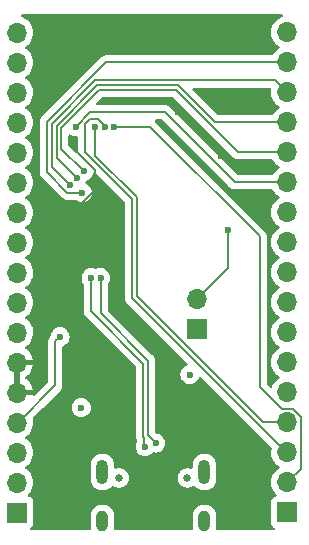
<source format=gbr>
%TF.GenerationSoftware,KiCad,Pcbnew,8.0.5*%
%TF.CreationDate,2024-10-18T17:30:21-04:00*%
%TF.ProjectId,STM32F4Example,53544d33-3246-4344-9578-616d706c652e,rev?*%
%TF.SameCoordinates,Original*%
%TF.FileFunction,Copper,L2,Bot*%
%TF.FilePolarity,Positive*%
%FSLAX46Y46*%
G04 Gerber Fmt 4.6, Leading zero omitted, Abs format (unit mm)*
G04 Created by KiCad (PCBNEW 8.0.5) date 2024-10-18 17:30:21*
%MOMM*%
%LPD*%
G01*
G04 APERTURE LIST*
%TA.AperFunction,ComponentPad*%
%ADD10R,1.700000X1.700000*%
%TD*%
%TA.AperFunction,ComponentPad*%
%ADD11O,1.700000X1.700000*%
%TD*%
%TA.AperFunction,ComponentPad*%
%ADD12C,0.650000*%
%TD*%
%TA.AperFunction,ComponentPad*%
%ADD13O,1.000000X2.100000*%
%TD*%
%TA.AperFunction,ComponentPad*%
%ADD14O,1.000000X1.800000*%
%TD*%
%TA.AperFunction,ViaPad*%
%ADD15C,0.600000*%
%TD*%
%TA.AperFunction,Conductor*%
%ADD16C,0.200000*%
%TD*%
G04 APERTURE END LIST*
D10*
%TO.P,J3,1,Pin_1*%
%TO.N,+3V3*%
X95089776Y-114480951D03*
D11*
%TO.P,J3,2,Pin_2*%
%TO.N,Net-(J3-Pin_2)*%
X95089776Y-111940951D03*
%TO.P,J3,3,Pin_3*%
%TO.N,Net-(J3-Pin_3)*%
X95089776Y-109400951D03*
%TO.P,J3,4,Pin_4*%
%TO.N,Net-(J3-Pin_4)*%
X95089776Y-106860951D03*
%TO.P,J3,5,Pin_5*%
%TO.N,GND*%
X95089776Y-104320951D03*
%TO.P,J3,6,Pin_6*%
X95089776Y-101780951D03*
%TO.P,J3,7,Pin_7*%
%TO.N,Net-(J3-Pin_7)*%
X95089776Y-99240951D03*
%TO.P,J3,8,Pin_8*%
%TO.N,Net-(J3-Pin_8)*%
X95089776Y-96700951D03*
%TO.P,J3,9,Pin_9*%
%TO.N,Net-(J3-Pin_9)*%
X95089776Y-94160951D03*
%TO.P,J3,10,Pin_10*%
%TO.N,Net-(J3-Pin_10)*%
X95089776Y-91620951D03*
%TO.P,J3,11,Pin_11*%
%TO.N,Net-(J3-Pin_11)*%
X95089776Y-89080951D03*
%TO.P,J3,12,Pin_12*%
%TO.N,Net-(J3-Pin_12)*%
X95089776Y-86540951D03*
%TO.P,J3,13,Pin_13*%
%TO.N,Net-(J3-Pin_13)*%
X95089776Y-84000951D03*
%TO.P,J3,14,Pin_14*%
%TO.N,Net-(J3-Pin_14)*%
X95089776Y-81460951D03*
%TO.P,J3,15,Pin_15*%
%TO.N,Net-(J3-Pin_15)*%
X95089776Y-78920951D03*
%TO.P,J3,16,Pin_16*%
%TO.N,Net-(J3-Pin_16)*%
X95089776Y-76380951D03*
%TO.P,J3,17,Pin_17*%
%TO.N,+3V3*%
X95089776Y-73840951D03*
%TD*%
D10*
%TO.P,J1,1,Pin_1*%
%TO.N,+3V3*%
X110300000Y-98975000D03*
D11*
%TO.P,J1,2,Pin_2*%
%TO.N,Net-(J1-Pin_2)*%
X110300000Y-96435000D03*
%TD*%
D12*
%TO.P,U3,*%
%TO.N,*%
X103700000Y-111552500D03*
X109490000Y-111552500D03*
D13*
%TO.P,U3,1,SHELL*%
%TO.N,unconnected-(U3-SHELL-Pad1)*%
X102280000Y-111052500D03*
%TO.P,U3,2,SHELL*%
%TO.N,unconnected-(U3-SHELL-Pad2)*%
X110920000Y-111052500D03*
D14*
%TO.P,U3,3,SHELL*%
%TO.N,unconnected-(U3-SHELL-Pad3)*%
X110920000Y-115232500D03*
%TO.P,U3,4,SHELL*%
%TO.N,unconnected-(U3-SHELL-Pad4)*%
X102280000Y-115232500D03*
%TD*%
D10*
%TO.P,J2,1,Pin_1*%
%TO.N,+5V*%
X117929776Y-114470951D03*
D11*
%TO.P,J2,2,Pin_2*%
%TO.N,Net-(J2-Pin_2)*%
X117929776Y-111930951D03*
%TO.P,J2,3,Pin_3*%
%TO.N,Net-(J2-Pin_3)*%
X117929776Y-109390951D03*
%TO.P,J2,4,Pin_4*%
%TO.N,Net-(J2-Pin_4)*%
X117929776Y-106850951D03*
%TO.P,J2,5,Pin_5*%
%TO.N,Net-(J2-Pin_5)*%
X117929776Y-104310951D03*
%TO.P,J2,6,Pin_6*%
%TO.N,Net-(J2-Pin_6)*%
X117929776Y-101770951D03*
%TO.P,J2,7,Pin_7*%
%TO.N,Net-(J2-Pin_7)*%
X117929776Y-99230951D03*
%TO.P,J2,8,Pin_8*%
%TO.N,Net-(J2-Pin_8)*%
X117929776Y-96690951D03*
%TO.P,J2,9,Pin_9*%
%TO.N,Net-(J2-Pin_9)*%
X117929776Y-94150951D03*
%TO.P,J2,10,Pin_10*%
%TO.N,Net-(J2-Pin_10)*%
X117929776Y-91610951D03*
%TO.P,J2,11,Pin_11*%
%TO.N,Net-(J2-Pin_11)*%
X117929776Y-89070951D03*
%TO.P,J2,12,Pin_12*%
%TO.N,Net-(J2-Pin_12)*%
X117929776Y-86530951D03*
%TO.P,J2,13,Pin_13*%
%TO.N,Net-(J2-Pin_13)*%
X117929776Y-83990951D03*
%TO.P,J2,14,Pin_14*%
%TO.N,Net-(J2-Pin_14)*%
X117929776Y-81450951D03*
%TO.P,J2,15,Pin_15*%
%TO.N,Net-(J2-Pin_15)*%
X117929776Y-78910951D03*
%TO.P,J2,16,Pin_16*%
%TO.N,Net-(J2-Pin_16)*%
X117929776Y-76370951D03*
%TO.P,J2,17,Pin_17*%
%TO.N,+5V*%
X117929776Y-73830951D03*
%TD*%
D15*
%TO.N,GND*%
X111700000Y-78800000D03*
X101300000Y-109200000D03*
X114800000Y-85100000D03*
X113200000Y-114300000D03*
X111900000Y-75400000D03*
X114900000Y-74300000D03*
X100000000Y-88700000D03*
X103400000Y-92000000D03*
X108684441Y-80570048D03*
X112361947Y-84300000D03*
X111600000Y-73900000D03*
X103800000Y-92900000D03*
X100400000Y-107000000D03*
X112200000Y-110300000D03*
X105800000Y-75000000D03*
X104800000Y-74300000D03*
X99200000Y-76200000D03*
X113800000Y-88000000D03*
X99200000Y-111600000D03*
X103800000Y-101600000D03*
X113200000Y-111700000D03*
X105900000Y-99100000D03*
X99900000Y-83100000D03*
X99200000Y-114500000D03*
X99000000Y-88400000D03*
%TO.N,+3V3*%
X109700000Y-102800000D03*
X100500000Y-105600000D03*
%TO.N,Net-(J1-Pin_2)*%
X112956497Y-90543503D03*
%TO.N,Net-(J2-Pin_2)*%
X103276210Y-81824739D03*
%TO.N,Net-(J2-Pin_14)*%
X100100000Y-86200000D03*
%TO.N,Net-(J2-Pin_13)*%
X100700000Y-85600000D03*
%TO.N,Net-(J2-Pin_12)*%
X100016735Y-81801357D03*
%TO.N,Net-(J2-Pin_4)*%
X101676547Y-81801358D03*
%TO.N,Net-(J2-Pin_15)*%
X99527180Y-86758464D03*
%TO.N,Net-(J2-Pin_16)*%
X100600000Y-87400000D03*
%TO.N,Net-(J2-Pin_3)*%
X102476549Y-81801357D03*
%TO.N,Net-(J3-Pin_4)*%
X98700000Y-99600000D03*
%TO.N,/USBD-*%
X101325000Y-94600000D03*
X105900000Y-108900000D03*
%TO.N,/USBD+*%
X106800000Y-108600000D03*
X102125003Y-94600000D03*
%TD*%
D16*
%TO.N,GND*%
X112361947Y-84247554D02*
X112361947Y-84300000D01*
X101700000Y-85500000D02*
X101700000Y-87148529D01*
X113161947Y-85100000D02*
X114800000Y-85100000D01*
X112361947Y-84300000D02*
X113161947Y-85100000D01*
X101700000Y-87148529D02*
X100148529Y-88700000D01*
X100148529Y-88700000D02*
X100000000Y-88700000D01*
X99900000Y-83100000D02*
X99900000Y-83700000D01*
X99900000Y-83700000D02*
X101700000Y-85500000D01*
%TO.N,Net-(J1-Pin_2)*%
X112956497Y-90543503D02*
X112956497Y-93778503D01*
X112956497Y-93778503D02*
X110300000Y-96435000D01*
%TO.N,Net-(J2-Pin_2)*%
X115600000Y-103847521D02*
X117453430Y-105700951D01*
X106324742Y-81824742D02*
X115600000Y-91100000D01*
X103276210Y-81824739D02*
X103276213Y-81824742D01*
X103276213Y-81824742D02*
X106324742Y-81824742D01*
X118406122Y-105700951D02*
X119079776Y-106374605D01*
X115600000Y-91100000D02*
X115600000Y-103847521D01*
X119079776Y-110780951D02*
X117929776Y-111930951D01*
X117453430Y-105700951D02*
X118406122Y-105700951D01*
X119079776Y-106374605D02*
X119079776Y-110780951D01*
%TO.N,Net-(J2-Pin_14)*%
X98400000Y-81734314D02*
X101834314Y-78300000D01*
X101834314Y-78300000D02*
X108665686Y-78300000D01*
X111816636Y-81450951D02*
X117929776Y-81450951D01*
X108900000Y-78534315D02*
X111816636Y-81450951D01*
X100100000Y-86200000D02*
X98400000Y-84500000D01*
X98400000Y-84500000D02*
X98400000Y-81734314D01*
X108665686Y-78300000D02*
X108900000Y-78534315D01*
%TO.N,Net-(J2-Pin_13)*%
X100700000Y-85600000D02*
X98800000Y-83700000D01*
X108500000Y-78700000D02*
X113790951Y-83990951D01*
X113790951Y-83990951D02*
X117929776Y-83990951D01*
X98800000Y-83700000D02*
X98800000Y-81900000D01*
X98800000Y-81900000D02*
X102000000Y-78700000D01*
X102000000Y-78700000D02*
X108500000Y-78700000D01*
%TO.N,Net-(J2-Pin_12)*%
X101218092Y-80600000D02*
X107600000Y-80600000D01*
X100016735Y-81801357D02*
X101218092Y-80600000D01*
X113530951Y-86530951D02*
X117929776Y-86530951D01*
X107600000Y-80600000D02*
X113530951Y-86530951D01*
%TO.N,Net-(J2-Pin_4)*%
X105200000Y-87800000D02*
X105200000Y-96175000D01*
X101676547Y-84276547D02*
X105200000Y-87800000D01*
X101676547Y-81801358D02*
X101676547Y-84276547D01*
X115875951Y-106850951D02*
X117929776Y-106850951D01*
X105200000Y-96175000D02*
X115875951Y-106850951D01*
%TO.N,Net-(J2-Pin_15)*%
X99527180Y-86758464D02*
X98000000Y-85231284D01*
X98000000Y-81568628D02*
X101668628Y-77900000D01*
X98000000Y-85231284D02*
X98000000Y-81568628D01*
X116918825Y-77900000D02*
X117929776Y-78910951D01*
X101668628Y-77900000D02*
X116918825Y-77900000D01*
%TO.N,Net-(J2-Pin_16)*%
X97600000Y-81402942D02*
X102631991Y-76370951D01*
X97600000Y-85679813D02*
X97600000Y-81402942D01*
X100600000Y-87400000D02*
X99320187Y-87400000D01*
X102631991Y-76370951D02*
X117929776Y-76370951D01*
X99320187Y-87400000D02*
X97600000Y-85679813D01*
%TO.N,Net-(J2-Pin_3)*%
X102476549Y-81752829D02*
X101923720Y-81200000D01*
X104800000Y-87965686D02*
X104800000Y-96340686D01*
X104800000Y-96340686D02*
X117850265Y-109390951D01*
X101923720Y-81200000D02*
X101216735Y-81200000D01*
X100800000Y-81616735D02*
X100800000Y-83965686D01*
X101216735Y-81200000D02*
X100800000Y-81616735D01*
X117850265Y-109390951D02*
X117929776Y-109390951D01*
X102476549Y-81801357D02*
X102476549Y-81752829D01*
X100800000Y-83965686D02*
X104800000Y-87965686D01*
%TO.N,Net-(J3-Pin_4)*%
X98300000Y-100000000D02*
X98300000Y-103700000D01*
X98300000Y-103700000D02*
X95139049Y-106860951D01*
X98700000Y-99600000D02*
X98300000Y-100000000D01*
X95139049Y-106860951D02*
X95089776Y-106860951D01*
%TO.N,/USBD-*%
X101325000Y-94600000D02*
X101325000Y-97443199D01*
X105747887Y-108113573D02*
X105800000Y-108165686D01*
X101325000Y-97443199D02*
X105747887Y-101866086D01*
X105800000Y-108800000D02*
X105900000Y-108900000D01*
X105747887Y-101866086D02*
X105747887Y-108113573D01*
X105800000Y-108165686D02*
X105800000Y-108800000D01*
%TO.N,/USBD+*%
X106147887Y-101629688D02*
X106147887Y-107947887D01*
X102125003Y-97606804D02*
X106147887Y-101629688D01*
X106147887Y-107947887D02*
X106800000Y-108600000D01*
X102125003Y-94600000D02*
X102125003Y-97606804D01*
%TD*%
%TA.AperFunction,Conductor*%
%TO.N,GND*%
G36*
X117548728Y-72320185D02*
G01*
X117594483Y-72372989D01*
X117604427Y-72442147D01*
X117575402Y-72505703D01*
X117516624Y-72543477D01*
X117513782Y-72544275D01*
X117466120Y-72557045D01*
X117466111Y-72557049D01*
X117251947Y-72656915D01*
X117251945Y-72656916D01*
X117058373Y-72792456D01*
X116891281Y-72959548D01*
X116755741Y-73153120D01*
X116755740Y-73153122D01*
X116655874Y-73367286D01*
X116655870Y-73367295D01*
X116594714Y-73595537D01*
X116594712Y-73595547D01*
X116574117Y-73830950D01*
X116574117Y-73830951D01*
X116594712Y-74066354D01*
X116594714Y-74066364D01*
X116655870Y-74294606D01*
X116655872Y-74294610D01*
X116655873Y-74294614D01*
X116660537Y-74304615D01*
X116755741Y-74508781D01*
X116755743Y-74508785D01*
X116891277Y-74702346D01*
X116891282Y-74702353D01*
X117058373Y-74869444D01*
X117058379Y-74869449D01*
X117243934Y-74999376D01*
X117287559Y-75053953D01*
X117294753Y-75123451D01*
X117263230Y-75185806D01*
X117243934Y-75202526D01*
X117058373Y-75332456D01*
X116891282Y-75499547D01*
X116755741Y-75693121D01*
X116755738Y-75693126D01*
X116753065Y-75698860D01*
X116706891Y-75751297D01*
X116640685Y-75770451D01*
X102718660Y-75770451D01*
X102718644Y-75770450D01*
X102711048Y-75770450D01*
X102552934Y-75770450D01*
X102445578Y-75799216D01*
X102400201Y-75811375D01*
X102400200Y-75811376D01*
X102350087Y-75840310D01*
X102350086Y-75840311D01*
X102306680Y-75865371D01*
X102263276Y-75890430D01*
X102263273Y-75890432D01*
X97119481Y-81034224D01*
X97119480Y-81034226D01*
X97082112Y-81098950D01*
X97040423Y-81171157D01*
X96999499Y-81323885D01*
X96999499Y-81323887D01*
X96999499Y-81491988D01*
X96999500Y-81492001D01*
X96999500Y-85593143D01*
X96999499Y-85593161D01*
X96999499Y-85758867D01*
X96999498Y-85758867D01*
X97040423Y-85911598D01*
X97069358Y-85961713D01*
X97069359Y-85961717D01*
X97069360Y-85961717D01*
X97119479Y-86048527D01*
X97119481Y-86048530D01*
X97238349Y-86167398D01*
X97238354Y-86167402D01*
X98951471Y-87880520D01*
X99088402Y-87959577D01*
X99241130Y-88000501D01*
X99241133Y-88000501D01*
X99406841Y-88000501D01*
X99406857Y-88000500D01*
X100017588Y-88000500D01*
X100084627Y-88020185D01*
X100094903Y-88027555D01*
X100097736Y-88029814D01*
X100097738Y-88029816D01*
X100250478Y-88125789D01*
X100399980Y-88178102D01*
X100420745Y-88185368D01*
X100420750Y-88185369D01*
X100599996Y-88205565D01*
X100600000Y-88205565D01*
X100600004Y-88205565D01*
X100779249Y-88185369D01*
X100779252Y-88185368D01*
X100779255Y-88185368D01*
X100949522Y-88125789D01*
X101102262Y-88029816D01*
X101229816Y-87902262D01*
X101325789Y-87749522D01*
X101385368Y-87579255D01*
X101386473Y-87569449D01*
X101405565Y-87400003D01*
X101405565Y-87399996D01*
X101385369Y-87220750D01*
X101385368Y-87220745D01*
X101354123Y-87131451D01*
X101325789Y-87050478D01*
X101229816Y-86897738D01*
X101102262Y-86770184D01*
X100949524Y-86674212D01*
X100949523Y-86674211D01*
X100917455Y-86662990D01*
X100860679Y-86622267D01*
X100834933Y-86557314D01*
X100841368Y-86504997D01*
X100864061Y-86440145D01*
X100904782Y-86383371D01*
X100940146Y-86364060D01*
X101049522Y-86325789D01*
X101202262Y-86229816D01*
X101329816Y-86102262D01*
X101425789Y-85949522D01*
X101485368Y-85779255D01*
X101485368Y-85779253D01*
X101486917Y-85772468D01*
X101489553Y-85773069D01*
X101511850Y-85719998D01*
X101569443Y-85680440D01*
X101639280Y-85678299D01*
X101695689Y-85710610D01*
X104163181Y-88178102D01*
X104196666Y-88239425D01*
X104199500Y-88265783D01*
X104199500Y-96254016D01*
X104199499Y-96254034D01*
X104199499Y-96419740D01*
X104199498Y-96419740D01*
X104221601Y-96502229D01*
X104240423Y-96572471D01*
X104260370Y-96607020D01*
X104269358Y-96622586D01*
X104269359Y-96622590D01*
X104269360Y-96622590D01*
X104319479Y-96709400D01*
X104319481Y-96709403D01*
X104438349Y-96828271D01*
X104438354Y-96828275D01*
X109458218Y-101848140D01*
X109491702Y-101909461D01*
X109486718Y-101979153D01*
X109444846Y-102035086D01*
X109411492Y-102052860D01*
X109350479Y-102074209D01*
X109197737Y-102170184D01*
X109070184Y-102297737D01*
X108974211Y-102450476D01*
X108914631Y-102620745D01*
X108914630Y-102620750D01*
X108894435Y-102799996D01*
X108894435Y-102800003D01*
X108914630Y-102979249D01*
X108914631Y-102979254D01*
X108974211Y-103149523D01*
X109051453Y-103272452D01*
X109070184Y-103302262D01*
X109197738Y-103429816D01*
X109350478Y-103525789D01*
X109487634Y-103573782D01*
X109520745Y-103585368D01*
X109520750Y-103585369D01*
X109699996Y-103605565D01*
X109700000Y-103605565D01*
X109700004Y-103605565D01*
X109879249Y-103585369D01*
X109879252Y-103585368D01*
X109879255Y-103585368D01*
X110049522Y-103525789D01*
X110202262Y-103429816D01*
X110329816Y-103302262D01*
X110425789Y-103149522D01*
X110447138Y-103088509D01*
X110487860Y-103031734D01*
X110552812Y-103005986D01*
X110621374Y-103019442D01*
X110651861Y-103041783D01*
X116580206Y-108970128D01*
X116613691Y-109031451D01*
X116612301Y-109089900D01*
X116594712Y-109155546D01*
X116574117Y-109390950D01*
X116574117Y-109390951D01*
X116594712Y-109626354D01*
X116594714Y-109626364D01*
X116655870Y-109854606D01*
X116655872Y-109854610D01*
X116655873Y-109854614D01*
X116736998Y-110028586D01*
X116755741Y-110068781D01*
X116755743Y-110068785D01*
X116891277Y-110262346D01*
X116891282Y-110262353D01*
X117058373Y-110429444D01*
X117058379Y-110429449D01*
X117243934Y-110559376D01*
X117287559Y-110613953D01*
X117294753Y-110683451D01*
X117263230Y-110745806D01*
X117243934Y-110762526D01*
X117058373Y-110892456D01*
X116891281Y-111059548D01*
X116755741Y-111253120D01*
X116755740Y-111253122D01*
X116655874Y-111467286D01*
X116655870Y-111467295D01*
X116594714Y-111695537D01*
X116594712Y-111695547D01*
X116574117Y-111930950D01*
X116574117Y-111930951D01*
X116594712Y-112166354D01*
X116594714Y-112166364D01*
X116655870Y-112394606D01*
X116655872Y-112394610D01*
X116655873Y-112394614D01*
X116660537Y-112404615D01*
X116755741Y-112608781D01*
X116755743Y-112608785D01*
X116864057Y-112763472D01*
X116891277Y-112802347D01*
X116891282Y-112802353D01*
X117013206Y-112924277D01*
X117046691Y-112985600D01*
X117041707Y-113055292D01*
X116999835Y-113111225D01*
X116968859Y-113128140D01*
X116837445Y-113177154D01*
X116837440Y-113177157D01*
X116722231Y-113263403D01*
X116722228Y-113263406D01*
X116635982Y-113378615D01*
X116635978Y-113378622D01*
X116585684Y-113513468D01*
X116579277Y-113573067D01*
X116579276Y-113573086D01*
X116579276Y-115368821D01*
X116579277Y-115368827D01*
X116585684Y-115428434D01*
X116635978Y-115563279D01*
X116635982Y-115563286D01*
X116722228Y-115678495D01*
X116722231Y-115678498D01*
X116837445Y-115764748D01*
X116840963Y-115766669D01*
X116843796Y-115769503D01*
X116844545Y-115770063D01*
X116844464Y-115770170D01*
X116890368Y-115816075D01*
X116905219Y-115884348D01*
X116880801Y-115949812D01*
X116824867Y-115991682D01*
X116781535Y-115999500D01*
X112018195Y-115999500D01*
X111951156Y-115979815D01*
X111905401Y-115927011D01*
X111895457Y-115857853D01*
X111896578Y-115851309D01*
X111920499Y-115731045D01*
X111920500Y-115731043D01*
X111920500Y-114733956D01*
X111882052Y-114540670D01*
X111882051Y-114540669D01*
X111882051Y-114540665D01*
X111882049Y-114540660D01*
X111806635Y-114358592D01*
X111806628Y-114358579D01*
X111697139Y-114194718D01*
X111697136Y-114194714D01*
X111557785Y-114055363D01*
X111557781Y-114055360D01*
X111393920Y-113945871D01*
X111393907Y-113945864D01*
X111211839Y-113870450D01*
X111211829Y-113870447D01*
X111018543Y-113832000D01*
X111018541Y-113832000D01*
X110821459Y-113832000D01*
X110821457Y-113832000D01*
X110628170Y-113870447D01*
X110628160Y-113870450D01*
X110446092Y-113945864D01*
X110446079Y-113945871D01*
X110282218Y-114055360D01*
X110282214Y-114055363D01*
X110142863Y-114194714D01*
X110142860Y-114194718D01*
X110033371Y-114358579D01*
X110033364Y-114358592D01*
X109957950Y-114540660D01*
X109957947Y-114540670D01*
X109919500Y-114733956D01*
X109919500Y-115731045D01*
X109943422Y-115851309D01*
X109937195Y-115920900D01*
X109894332Y-115976078D01*
X109828442Y-115999322D01*
X109821805Y-115999500D01*
X103378195Y-115999500D01*
X103311156Y-115979815D01*
X103265401Y-115927011D01*
X103255457Y-115857853D01*
X103256578Y-115851309D01*
X103280499Y-115731045D01*
X103280500Y-115731043D01*
X103280500Y-114733956D01*
X103242052Y-114540670D01*
X103242051Y-114540669D01*
X103242051Y-114540665D01*
X103242049Y-114540660D01*
X103166635Y-114358592D01*
X103166628Y-114358579D01*
X103057139Y-114194718D01*
X103057136Y-114194714D01*
X102917785Y-114055363D01*
X102917781Y-114055360D01*
X102753920Y-113945871D01*
X102753907Y-113945864D01*
X102571839Y-113870450D01*
X102571829Y-113870447D01*
X102378543Y-113832000D01*
X102378541Y-113832000D01*
X102181459Y-113832000D01*
X102181457Y-113832000D01*
X101988170Y-113870447D01*
X101988160Y-113870450D01*
X101806092Y-113945864D01*
X101806079Y-113945871D01*
X101642218Y-114055360D01*
X101642214Y-114055363D01*
X101502863Y-114194714D01*
X101502860Y-114194718D01*
X101393371Y-114358579D01*
X101393364Y-114358592D01*
X101317950Y-114540660D01*
X101317947Y-114540670D01*
X101279500Y-114733956D01*
X101279500Y-115731045D01*
X101303422Y-115851309D01*
X101297195Y-115920900D01*
X101254332Y-115976078D01*
X101188442Y-115999322D01*
X101181805Y-115999500D01*
X96254433Y-115999500D01*
X96187394Y-115979815D01*
X96141639Y-115927011D01*
X96131695Y-115857853D01*
X96160720Y-115794297D01*
X96180122Y-115776234D01*
X96259117Y-115717096D01*
X96297322Y-115688497D01*
X96383572Y-115573282D01*
X96433867Y-115438434D01*
X96440276Y-115378824D01*
X96440275Y-113583079D01*
X96433867Y-113523468D01*
X96433866Y-113523466D01*
X96383573Y-113388622D01*
X96383569Y-113388615D01*
X96297323Y-113273406D01*
X96297320Y-113273403D01*
X96182111Y-113187157D01*
X96182104Y-113187153D01*
X96050693Y-113138140D01*
X95994759Y-113096269D01*
X95970342Y-113030804D01*
X95985194Y-112962531D01*
X96006339Y-112934283D01*
X96128271Y-112812352D01*
X96263811Y-112618781D01*
X96363679Y-112404614D01*
X96424839Y-112176359D01*
X96445435Y-111940951D01*
X96424839Y-111705543D01*
X96423633Y-111701043D01*
X101279499Y-111701043D01*
X101317947Y-111894329D01*
X101317950Y-111894339D01*
X101393364Y-112076407D01*
X101393371Y-112076420D01*
X101502860Y-112240281D01*
X101502863Y-112240285D01*
X101642214Y-112379636D01*
X101642218Y-112379639D01*
X101806079Y-112489128D01*
X101806092Y-112489135D01*
X101988160Y-112564549D01*
X101988165Y-112564551D01*
X101988169Y-112564551D01*
X101988170Y-112564552D01*
X102181456Y-112603000D01*
X102181459Y-112603000D01*
X102378543Y-112603000D01*
X102508582Y-112577132D01*
X102571835Y-112564551D01*
X102753914Y-112489132D01*
X102917782Y-112379639D01*
X103057139Y-112240282D01*
X103057142Y-112240276D01*
X103059817Y-112237602D01*
X103121140Y-112204117D01*
X103190832Y-112209101D01*
X103216387Y-112222180D01*
X103225878Y-112228521D01*
X103225884Y-112228525D01*
X103229843Y-112231284D01*
X103284976Y-112271342D01*
X103290248Y-112273689D01*
X103290259Y-112273694D01*
X103308714Y-112283871D01*
X103308763Y-112283903D01*
X103308979Y-112284048D01*
X103372630Y-112310412D01*
X103375514Y-112311651D01*
X103443501Y-112341922D01*
X103447813Y-112343323D01*
X103453225Y-112345020D01*
X103453381Y-112344507D01*
X103459208Y-112346274D01*
X103459211Y-112346276D01*
X103532931Y-112360939D01*
X103534390Y-112361240D01*
X103613236Y-112378000D01*
X103786763Y-112378000D01*
X103786764Y-112378000D01*
X103865626Y-112361236D01*
X103867051Y-112360943D01*
X103940789Y-112346276D01*
X103940794Y-112346273D01*
X103940798Y-112346273D01*
X103946627Y-112344505D01*
X103946782Y-112345016D01*
X103952255Y-112343300D01*
X103956495Y-112341923D01*
X103956495Y-112341922D01*
X103956499Y-112341922D01*
X104024494Y-112311647D01*
X104027358Y-112310417D01*
X104091021Y-112284048D01*
X104091274Y-112283878D01*
X104109742Y-112273693D01*
X104115024Y-112271342D01*
X104170163Y-112231279D01*
X104174127Y-112228518D01*
X104210646Y-112204117D01*
X104226225Y-112193708D01*
X104230870Y-112189062D01*
X104245667Y-112176423D01*
X104255410Y-112169345D01*
X104296852Y-112123317D01*
X104301283Y-112118648D01*
X104341208Y-112078725D01*
X104348340Y-112068049D01*
X104359285Y-112053977D01*
X104371522Y-112040389D01*
X104399373Y-111992147D01*
X104403633Y-111985296D01*
X104431548Y-111943521D01*
X104438846Y-111925902D01*
X104446017Y-111911359D01*
X104458286Y-111890111D01*
X104473577Y-111843048D01*
X104476932Y-111833953D01*
X104493776Y-111793289D01*
X104498715Y-111768457D01*
X104502401Y-111754335D01*
X104503938Y-111749603D01*
X104511908Y-111725076D01*
X104516427Y-111682076D01*
X104518125Y-111670873D01*
X104525500Y-111633805D01*
X104525500Y-111602261D01*
X104526179Y-111589300D01*
X104530047Y-111552500D01*
X104530047Y-111552499D01*
X108659953Y-111552499D01*
X108663821Y-111589300D01*
X108664500Y-111602261D01*
X108664500Y-111633809D01*
X108671868Y-111670851D01*
X108673571Y-111682076D01*
X108678091Y-111725072D01*
X108678091Y-111725074D01*
X108678092Y-111725076D01*
X108683262Y-111740990D01*
X108687601Y-111754344D01*
X108691285Y-111768463D01*
X108696224Y-111793291D01*
X108713057Y-111833932D01*
X108716425Y-111843062D01*
X108731711Y-111890105D01*
X108731712Y-111890108D01*
X108734155Y-111894339D01*
X108743975Y-111911349D01*
X108743982Y-111911360D01*
X108751154Y-111925904D01*
X108758450Y-111943518D01*
X108758451Y-111943520D01*
X108758452Y-111943521D01*
X108786344Y-111985264D01*
X108790627Y-111992151D01*
X108818476Y-112040386D01*
X108818480Y-112040391D01*
X108830715Y-112053980D01*
X108841666Y-112068060D01*
X108848793Y-112078727D01*
X108848794Y-112078728D01*
X108888697Y-112118630D01*
X108893168Y-112123341D01*
X108934588Y-112169344D01*
X108944325Y-112176418D01*
X108959123Y-112189057D01*
X108963770Y-112193704D01*
X108963773Y-112193706D01*
X108963775Y-112193708D01*
X109015878Y-112228521D01*
X109019843Y-112231284D01*
X109074976Y-112271342D01*
X109080248Y-112273689D01*
X109080259Y-112273694D01*
X109098714Y-112283871D01*
X109098763Y-112283903D01*
X109098979Y-112284048D01*
X109162630Y-112310412D01*
X109165514Y-112311651D01*
X109233501Y-112341922D01*
X109237813Y-112343323D01*
X109243225Y-112345020D01*
X109243381Y-112344507D01*
X109249208Y-112346274D01*
X109249211Y-112346276D01*
X109322931Y-112360939D01*
X109324390Y-112361240D01*
X109403236Y-112378000D01*
X109576763Y-112378000D01*
X109576764Y-112378000D01*
X109655626Y-112361236D01*
X109657051Y-112360943D01*
X109730789Y-112346276D01*
X109730794Y-112346273D01*
X109730798Y-112346273D01*
X109736627Y-112344505D01*
X109736782Y-112345016D01*
X109742255Y-112343300D01*
X109746495Y-112341923D01*
X109746495Y-112341922D01*
X109746499Y-112341922D01*
X109814494Y-112311647D01*
X109817358Y-112310417D01*
X109881021Y-112284048D01*
X109881274Y-112283878D01*
X109899742Y-112273693D01*
X109905024Y-112271342D01*
X109960163Y-112231279D01*
X109964123Y-112228520D01*
X109964126Y-112228518D01*
X109979879Y-112217992D01*
X110046554Y-112197114D01*
X110113934Y-112215597D01*
X110137939Y-112236588D01*
X110138553Y-112235975D01*
X110282214Y-112379636D01*
X110282218Y-112379639D01*
X110446079Y-112489128D01*
X110446092Y-112489135D01*
X110628160Y-112564549D01*
X110628165Y-112564551D01*
X110628169Y-112564551D01*
X110628170Y-112564552D01*
X110821456Y-112603000D01*
X110821459Y-112603000D01*
X111018543Y-112603000D01*
X111148582Y-112577132D01*
X111211835Y-112564551D01*
X111393914Y-112489132D01*
X111557782Y-112379639D01*
X111697139Y-112240282D01*
X111806632Y-112076414D01*
X111882051Y-111894335D01*
X111904406Y-111781952D01*
X111920500Y-111701043D01*
X111920500Y-110403956D01*
X111882052Y-110210670D01*
X111882051Y-110210669D01*
X111882051Y-110210665D01*
X111827425Y-110078785D01*
X111806635Y-110028592D01*
X111806628Y-110028579D01*
X111697139Y-109864718D01*
X111697136Y-109864714D01*
X111557785Y-109725363D01*
X111557781Y-109725360D01*
X111393920Y-109615871D01*
X111393907Y-109615864D01*
X111211839Y-109540450D01*
X111211829Y-109540447D01*
X111018543Y-109502000D01*
X111018541Y-109502000D01*
X110821459Y-109502000D01*
X110821457Y-109502000D01*
X110628170Y-109540447D01*
X110628160Y-109540450D01*
X110446092Y-109615864D01*
X110446079Y-109615871D01*
X110282218Y-109725360D01*
X110282214Y-109725363D01*
X110142863Y-109864714D01*
X110142860Y-109864718D01*
X110033371Y-110028579D01*
X110033364Y-110028592D01*
X109957950Y-110210660D01*
X109957947Y-110210670D01*
X109919500Y-110403956D01*
X109919500Y-110649159D01*
X109899815Y-110716198D01*
X109847011Y-110761953D01*
X109777853Y-110771897D01*
X109752819Y-110764677D01*
X109752686Y-110765088D01*
X109743170Y-110761996D01*
X109736766Y-110760002D01*
X109736618Y-110760492D01*
X109730788Y-110758723D01*
X109657155Y-110744076D01*
X109655567Y-110743749D01*
X109576768Y-110727000D01*
X109576764Y-110727000D01*
X109403236Y-110727000D01*
X109324372Y-110743762D01*
X109322786Y-110744088D01*
X109249203Y-110758725D01*
X109243380Y-110760492D01*
X109243237Y-110760023D01*
X109236296Y-110762169D01*
X109233504Y-110763076D01*
X109165571Y-110793321D01*
X109162595Y-110794599D01*
X109098982Y-110820950D01*
X109098975Y-110820954D01*
X109098696Y-110821141D01*
X109080269Y-110831301D01*
X109074983Y-110833654D01*
X109074973Y-110833660D01*
X109019864Y-110873698D01*
X109015875Y-110876478D01*
X108963778Y-110911289D01*
X108963768Y-110911297D01*
X108959122Y-110915944D01*
X108944336Y-110928572D01*
X108934595Y-110935649D01*
X108893167Y-110981659D01*
X108888701Y-110986364D01*
X108848795Y-111026271D01*
X108848790Y-111026276D01*
X108841659Y-111036949D01*
X108830715Y-111051019D01*
X108818479Y-111064608D01*
X108790632Y-111112840D01*
X108786349Y-111119726D01*
X108758454Y-111161474D01*
X108758453Y-111161476D01*
X108751153Y-111179098D01*
X108743986Y-111193630D01*
X108731713Y-111214889D01*
X108716428Y-111261933D01*
X108713059Y-111271064D01*
X108696223Y-111311711D01*
X108696222Y-111311713D01*
X108691283Y-111336541D01*
X108687600Y-111350656D01*
X108678092Y-111379922D01*
X108673571Y-111422924D01*
X108671869Y-111434148D01*
X108664500Y-111471196D01*
X108664500Y-111502737D01*
X108663821Y-111515698D01*
X108659953Y-111552499D01*
X104530047Y-111552499D01*
X104526179Y-111515698D01*
X104525500Y-111502737D01*
X104525500Y-111471190D01*
X104518130Y-111434147D01*
X104516425Y-111422909D01*
X104511908Y-111379928D01*
X104511908Y-111379924D01*
X104502396Y-111350651D01*
X104498715Y-111336541D01*
X104493776Y-111311711D01*
X104476933Y-111271049D01*
X104473579Y-111261957D01*
X104458286Y-111214889D01*
X104446018Y-111193640D01*
X104438844Y-111179092D01*
X104431550Y-111161483D01*
X104431549Y-111161482D01*
X104431548Y-111161479D01*
X104403641Y-111119713D01*
X104399367Y-111112840D01*
X104371522Y-111064611D01*
X104359284Y-111051019D01*
X104348337Y-111036945D01*
X104341208Y-111026275D01*
X104301297Y-110986364D01*
X104296831Y-110981658D01*
X104255410Y-110935655D01*
X104245666Y-110928575D01*
X104230875Y-110915941D01*
X104226227Y-110911293D01*
X104174135Y-110876487D01*
X104170140Y-110873703D01*
X104170133Y-110873698D01*
X104115024Y-110833658D01*
X104115023Y-110833657D01*
X104115021Y-110833656D01*
X104109740Y-110831305D01*
X104091282Y-110821126D01*
X104091025Y-110820954D01*
X104091018Y-110820950D01*
X104027426Y-110794610D01*
X104024444Y-110793329D01*
X103956500Y-110763078D01*
X103953170Y-110761996D01*
X103946766Y-110760002D01*
X103946618Y-110760492D01*
X103940788Y-110758723D01*
X103867155Y-110744076D01*
X103865567Y-110743749D01*
X103786768Y-110727000D01*
X103786764Y-110727000D01*
X103613236Y-110727000D01*
X103534372Y-110743762D01*
X103532786Y-110744088D01*
X103459203Y-110758725D01*
X103453380Y-110760492D01*
X103453237Y-110760023D01*
X103446252Y-110762183D01*
X103442808Y-110763302D01*
X103442390Y-110763313D01*
X103437151Y-110764428D01*
X103436947Y-110763468D01*
X103372967Y-110765292D01*
X103313137Y-110729206D01*
X103282314Y-110666503D01*
X103280500Y-110645368D01*
X103280500Y-110403956D01*
X103242052Y-110210670D01*
X103242051Y-110210669D01*
X103242051Y-110210665D01*
X103187425Y-110078785D01*
X103166635Y-110028592D01*
X103166628Y-110028579D01*
X103057139Y-109864718D01*
X103057136Y-109864714D01*
X102917785Y-109725363D01*
X102917781Y-109725360D01*
X102753920Y-109615871D01*
X102753907Y-109615864D01*
X102571839Y-109540450D01*
X102571829Y-109540447D01*
X102378543Y-109502000D01*
X102378541Y-109502000D01*
X102181459Y-109502000D01*
X102181457Y-109502000D01*
X101988170Y-109540447D01*
X101988160Y-109540450D01*
X101806092Y-109615864D01*
X101806079Y-109615871D01*
X101642218Y-109725360D01*
X101642214Y-109725363D01*
X101502863Y-109864714D01*
X101502860Y-109864718D01*
X101393371Y-110028579D01*
X101393364Y-110028592D01*
X101317950Y-110210660D01*
X101317947Y-110210670D01*
X101279500Y-110403956D01*
X101279500Y-110403959D01*
X101279500Y-111701041D01*
X101279500Y-111701043D01*
X101279499Y-111701043D01*
X96423633Y-111701043D01*
X96363679Y-111477288D01*
X96263811Y-111263122D01*
X96262979Y-111261933D01*
X96128270Y-111069548D01*
X95961178Y-110902457D01*
X95961172Y-110902452D01*
X95775618Y-110772526D01*
X95731993Y-110717949D01*
X95724799Y-110648451D01*
X95756322Y-110586096D01*
X95775618Y-110569376D01*
X95797802Y-110553842D01*
X95961177Y-110439446D01*
X96128271Y-110272352D01*
X96263811Y-110078781D01*
X96363679Y-109864614D01*
X96424839Y-109636359D01*
X96445435Y-109400951D01*
X96444003Y-109384589D01*
X96424839Y-109165547D01*
X96424839Y-109165543D01*
X96363679Y-108937288D01*
X96263811Y-108723122D01*
X96262151Y-108720750D01*
X96128270Y-108529548D01*
X95961178Y-108362457D01*
X95961172Y-108362452D01*
X95775618Y-108232526D01*
X95731993Y-108177949D01*
X95724799Y-108108451D01*
X95756322Y-108046096D01*
X95775618Y-108029376D01*
X95797802Y-108013842D01*
X95961177Y-107899446D01*
X96128271Y-107732352D01*
X96263811Y-107538781D01*
X96363679Y-107324614D01*
X96424839Y-107096359D01*
X96445435Y-106860951D01*
X96424839Y-106625543D01*
X96400860Y-106536051D01*
X96402523Y-106466205D01*
X96432952Y-106416282D01*
X97249239Y-105599996D01*
X99694435Y-105599996D01*
X99694435Y-105600003D01*
X99714630Y-105779249D01*
X99714631Y-105779254D01*
X99774211Y-105949523D01*
X99799361Y-105989548D01*
X99870184Y-106102262D01*
X99997738Y-106229816D01*
X100150478Y-106325789D01*
X100320745Y-106385368D01*
X100320750Y-106385369D01*
X100499996Y-106405565D01*
X100500000Y-106405565D01*
X100500004Y-106405565D01*
X100679249Y-106385369D01*
X100679252Y-106385368D01*
X100679255Y-106385368D01*
X100849522Y-106325789D01*
X101002262Y-106229816D01*
X101129816Y-106102262D01*
X101225789Y-105949522D01*
X101285368Y-105779255D01*
X101285369Y-105779249D01*
X101305565Y-105600003D01*
X101305565Y-105599996D01*
X101285369Y-105420750D01*
X101285368Y-105420745D01*
X101254397Y-105332235D01*
X101225789Y-105250478D01*
X101129816Y-105097738D01*
X101002262Y-104970184D01*
X100849523Y-104874211D01*
X100679254Y-104814631D01*
X100679249Y-104814630D01*
X100500004Y-104794435D01*
X100499996Y-104794435D01*
X100320750Y-104814630D01*
X100320745Y-104814631D01*
X100150476Y-104874211D01*
X99997737Y-104970184D01*
X99870184Y-105097737D01*
X99774211Y-105250476D01*
X99714631Y-105420745D01*
X99714630Y-105420750D01*
X99694435Y-105599996D01*
X97249239Y-105599996D01*
X98780520Y-104068716D01*
X98859577Y-103931784D01*
X98900501Y-103779057D01*
X98900501Y-103620942D01*
X98900501Y-103613347D01*
X98900500Y-103613329D01*
X98900500Y-100465917D01*
X98920185Y-100398878D01*
X98972989Y-100353123D01*
X98983546Y-100348875D01*
X98987553Y-100347472D01*
X99049522Y-100325789D01*
X99202262Y-100229816D01*
X99329816Y-100102262D01*
X99425789Y-99949522D01*
X99485368Y-99779255D01*
X99494906Y-99694606D01*
X99505565Y-99600003D01*
X99505565Y-99599996D01*
X99485369Y-99420750D01*
X99485368Y-99420745D01*
X99425788Y-99250476D01*
X99386531Y-99187999D01*
X99329816Y-99097738D01*
X99202262Y-98970184D01*
X99188486Y-98961528D01*
X99049523Y-98874211D01*
X98879254Y-98814631D01*
X98879249Y-98814630D01*
X98700004Y-98794435D01*
X98699996Y-98794435D01*
X98520750Y-98814630D01*
X98520745Y-98814631D01*
X98350476Y-98874211D01*
X98197737Y-98970184D01*
X98070184Y-99097737D01*
X97974210Y-99250478D01*
X97914630Y-99420750D01*
X97904837Y-99507666D01*
X97877770Y-99572080D01*
X97869300Y-99581462D01*
X97819479Y-99631284D01*
X97771225Y-99714864D01*
X97771225Y-99714865D01*
X97740423Y-99768214D01*
X97740423Y-99768215D01*
X97699499Y-99920943D01*
X97699499Y-99920945D01*
X97699499Y-100089046D01*
X97699500Y-100089059D01*
X97699500Y-103399901D01*
X97679815Y-103466940D01*
X97663181Y-103487582D01*
X96589600Y-104561162D01*
X96528277Y-104594647D01*
X96458585Y-104589663D01*
X96433277Y-104570951D01*
X95522788Y-104570951D01*
X95555701Y-104513944D01*
X95589776Y-104386777D01*
X95589776Y-104255125D01*
X95555701Y-104127958D01*
X95522788Y-104070951D01*
X96420412Y-104070951D01*
X96420411Y-104070950D01*
X96363208Y-103857464D01*
X96363205Y-103857458D01*
X96263376Y-103643373D01*
X96263375Y-103643371D01*
X96127889Y-103449877D01*
X96127884Y-103449871D01*
X95960858Y-103282845D01*
X95774744Y-103152526D01*
X95731120Y-103097949D01*
X95723927Y-103028450D01*
X95755449Y-102966096D01*
X95774744Y-102949376D01*
X95960858Y-102819056D01*
X96127881Y-102652033D01*
X96263376Y-102458529D01*
X96363205Y-102244443D01*
X96363208Y-102244437D01*
X96420412Y-102030951D01*
X95522788Y-102030951D01*
X95555701Y-101973944D01*
X95589776Y-101846777D01*
X95589776Y-101715125D01*
X95555701Y-101587958D01*
X95522788Y-101530951D01*
X96420412Y-101530951D01*
X96420411Y-101530950D01*
X96363208Y-101317464D01*
X96363205Y-101317458D01*
X96263376Y-101103373D01*
X96263375Y-101103371D01*
X96127889Y-100909877D01*
X96127884Y-100909871D01*
X95960854Y-100742841D01*
X95775181Y-100612830D01*
X95731556Y-100558253D01*
X95724364Y-100488755D01*
X95755886Y-100426400D01*
X95775182Y-100409681D01*
X95961177Y-100279446D01*
X96128271Y-100112352D01*
X96263811Y-99918781D01*
X96363679Y-99704614D01*
X96424839Y-99476359D01*
X96445435Y-99240951D01*
X96424839Y-99005543D01*
X96373685Y-98814630D01*
X96363681Y-98777295D01*
X96363680Y-98777294D01*
X96363679Y-98777288D01*
X96263811Y-98563122D01*
X96128271Y-98369550D01*
X96128270Y-98369548D01*
X95961178Y-98202457D01*
X95961172Y-98202452D01*
X95775618Y-98072526D01*
X95731993Y-98017949D01*
X95724799Y-97948451D01*
X95756322Y-97886096D01*
X95775618Y-97869376D01*
X95857679Y-97811916D01*
X95961177Y-97739446D01*
X96128271Y-97572352D01*
X96263811Y-97378781D01*
X96363679Y-97164614D01*
X96424839Y-96936359D01*
X96445435Y-96700951D01*
X96424839Y-96465543D01*
X96363679Y-96237288D01*
X96263811Y-96023122D01*
X96248597Y-96001393D01*
X96128270Y-95829548D01*
X95961178Y-95662457D01*
X95961172Y-95662452D01*
X95775618Y-95532526D01*
X95731993Y-95477949D01*
X95724799Y-95408451D01*
X95756322Y-95346096D01*
X95775618Y-95329376D01*
X95873320Y-95260964D01*
X95961177Y-95199446D01*
X96128271Y-95032352D01*
X96263811Y-94838781D01*
X96363679Y-94624614D01*
X96370275Y-94599996D01*
X100519435Y-94599996D01*
X100519435Y-94600003D01*
X100539630Y-94779249D01*
X100539631Y-94779254D01*
X100599211Y-94949523D01*
X100644969Y-95022346D01*
X100693722Y-95099936D01*
X100695185Y-95102263D01*
X100697445Y-95105097D01*
X100698334Y-95107275D01*
X100698889Y-95108158D01*
X100698734Y-95108255D01*
X100723855Y-95169783D01*
X100724500Y-95182412D01*
X100724500Y-97356529D01*
X100724499Y-97356547D01*
X100724499Y-97522253D01*
X100724498Y-97522253D01*
X100765423Y-97674984D01*
X100794358Y-97725099D01*
X100794359Y-97725103D01*
X100794360Y-97725103D01*
X100818811Y-97767455D01*
X100844479Y-97811913D01*
X100844481Y-97811916D01*
X100963349Y-97930784D01*
X100963355Y-97930789D01*
X105111068Y-102078502D01*
X105144553Y-102139825D01*
X105147387Y-102166183D01*
X105147387Y-108026903D01*
X105147386Y-108026921D01*
X105147386Y-108192627D01*
X105147385Y-108192627D01*
X105188311Y-108345363D01*
X105190060Y-108349584D01*
X105199500Y-108397038D01*
X105199500Y-108474507D01*
X105180494Y-108540478D01*
X105174209Y-108550479D01*
X105114633Y-108720737D01*
X105114630Y-108720750D01*
X105094435Y-108899996D01*
X105094435Y-108900003D01*
X105114630Y-109079249D01*
X105114631Y-109079254D01*
X105174211Y-109249523D01*
X105236088Y-109347999D01*
X105270184Y-109402262D01*
X105397738Y-109529816D01*
X105462895Y-109570757D01*
X105534693Y-109615871D01*
X105550478Y-109625789D01*
X105580700Y-109636364D01*
X105720745Y-109685368D01*
X105720750Y-109685369D01*
X105899996Y-109705565D01*
X105900000Y-109705565D01*
X105900004Y-109705565D01*
X106079249Y-109685369D01*
X106079252Y-109685368D01*
X106079255Y-109685368D01*
X106249522Y-109625789D01*
X106402262Y-109529816D01*
X106512008Y-109420070D01*
X106573331Y-109386585D01*
X106613574Y-109386809D01*
X106613825Y-109384589D01*
X106799996Y-109405565D01*
X106800000Y-109405565D01*
X106800004Y-109405565D01*
X106979249Y-109385369D01*
X106979252Y-109385368D01*
X106979255Y-109385368D01*
X107149522Y-109325789D01*
X107302262Y-109229816D01*
X107429816Y-109102262D01*
X107525789Y-108949522D01*
X107585368Y-108779255D01*
X107591960Y-108720750D01*
X107605565Y-108600003D01*
X107605565Y-108599996D01*
X107585369Y-108420750D01*
X107585368Y-108420745D01*
X107525788Y-108250476D01*
X107450045Y-108129932D01*
X107429816Y-108097738D01*
X107302262Y-107970184D01*
X107189688Y-107899449D01*
X107149521Y-107874210D01*
X106979249Y-107814630D01*
X106892330Y-107804837D01*
X106827916Y-107777770D01*
X106818533Y-107769298D01*
X106784706Y-107735471D01*
X106751221Y-107674148D01*
X106748387Y-107647790D01*
X106748387Y-101550633D01*
X106748387Y-101550631D01*
X106707464Y-101397904D01*
X106707464Y-101397903D01*
X106655147Y-101307288D01*
X106628407Y-101260972D01*
X106516603Y-101149168D01*
X106516602Y-101149167D01*
X106512272Y-101144837D01*
X106512261Y-101144827D01*
X102761822Y-97394388D01*
X102728337Y-97333065D01*
X102725503Y-97306707D01*
X102725503Y-95182412D01*
X102745188Y-95115373D01*
X102752558Y-95105097D01*
X102754813Y-95102267D01*
X102754819Y-95102262D01*
X102850792Y-94949522D01*
X102910371Y-94779255D01*
X102927796Y-94624606D01*
X102930568Y-94600003D01*
X102930568Y-94599996D01*
X102910372Y-94420750D01*
X102910371Y-94420745D01*
X102898337Y-94386354D01*
X102850792Y-94250478D01*
X102830361Y-94217963D01*
X102754818Y-94097737D01*
X102627265Y-93970184D01*
X102474526Y-93874211D01*
X102304257Y-93814631D01*
X102304252Y-93814630D01*
X102125007Y-93794435D01*
X102124999Y-93794435D01*
X101945753Y-93814630D01*
X101945740Y-93814633D01*
X101768909Y-93876510D01*
X101768160Y-93874369D01*
X101709824Y-93883958D01*
X101681408Y-93875611D01*
X101681094Y-93876510D01*
X101504262Y-93814633D01*
X101504249Y-93814630D01*
X101325004Y-93794435D01*
X101324996Y-93794435D01*
X101145750Y-93814630D01*
X101145745Y-93814631D01*
X100975476Y-93874211D01*
X100822737Y-93970184D01*
X100695184Y-94097737D01*
X100599211Y-94250476D01*
X100539631Y-94420745D01*
X100539630Y-94420750D01*
X100519435Y-94599996D01*
X96370275Y-94599996D01*
X96424839Y-94396359D01*
X96445435Y-94160951D01*
X96424839Y-93925543D01*
X96363679Y-93697288D01*
X96263811Y-93483122D01*
X96260509Y-93478405D01*
X96128270Y-93289548D01*
X95961178Y-93122457D01*
X95961172Y-93122452D01*
X95775618Y-92992526D01*
X95731993Y-92937949D01*
X95724799Y-92868451D01*
X95756322Y-92806096D01*
X95775618Y-92789376D01*
X95797802Y-92773842D01*
X95961177Y-92659446D01*
X96128271Y-92492352D01*
X96263811Y-92298781D01*
X96363679Y-92084614D01*
X96424839Y-91856359D01*
X96445435Y-91620951D01*
X96424839Y-91385543D01*
X96363679Y-91157288D01*
X96263811Y-90943122D01*
X96211362Y-90868216D01*
X96128270Y-90749548D01*
X95961178Y-90582457D01*
X95961172Y-90582452D01*
X95775618Y-90452526D01*
X95731993Y-90397949D01*
X95724799Y-90328451D01*
X95756322Y-90266096D01*
X95775618Y-90249376D01*
X95854733Y-90193979D01*
X95961177Y-90119446D01*
X96128271Y-89952352D01*
X96263811Y-89758781D01*
X96363679Y-89544614D01*
X96424839Y-89316359D01*
X96445435Y-89080951D01*
X96424839Y-88845543D01*
X96363679Y-88617288D01*
X96263811Y-88403122D01*
X96128271Y-88209550D01*
X96128270Y-88209548D01*
X95961178Y-88042457D01*
X95961172Y-88042452D01*
X95775618Y-87912526D01*
X95731993Y-87857949D01*
X95724799Y-87788451D01*
X95756322Y-87726096D01*
X95775618Y-87709376D01*
X95797802Y-87693842D01*
X95961177Y-87579446D01*
X96128271Y-87412352D01*
X96263811Y-87218781D01*
X96363679Y-87004614D01*
X96424839Y-86776359D01*
X96445435Y-86540951D01*
X96424839Y-86305543D01*
X96363679Y-86077288D01*
X96263811Y-85863122D01*
X96256809Y-85853121D01*
X96128270Y-85669548D01*
X95961178Y-85502457D01*
X95961172Y-85502452D01*
X95775618Y-85372526D01*
X95731993Y-85317949D01*
X95724799Y-85248451D01*
X95756322Y-85186096D01*
X95775618Y-85169376D01*
X95797802Y-85153842D01*
X95961177Y-85039446D01*
X96128271Y-84872352D01*
X96263811Y-84678781D01*
X96363679Y-84464614D01*
X96424839Y-84236359D01*
X96445435Y-84000951D01*
X96424839Y-83765543D01*
X96363679Y-83537288D01*
X96263811Y-83323122D01*
X96256809Y-83313121D01*
X96128270Y-83129548D01*
X95961178Y-82962457D01*
X95961172Y-82962452D01*
X95775618Y-82832526D01*
X95731993Y-82777949D01*
X95724799Y-82708451D01*
X95756322Y-82646096D01*
X95775618Y-82629376D01*
X95803140Y-82610105D01*
X95961177Y-82499446D01*
X96128271Y-82332352D01*
X96263811Y-82138781D01*
X96363679Y-81924614D01*
X96424839Y-81696359D01*
X96445435Y-81460951D01*
X96424839Y-81225543D01*
X96363679Y-80997288D01*
X96263811Y-80783122D01*
X96256809Y-80773121D01*
X96128270Y-80589548D01*
X95961178Y-80422457D01*
X95961172Y-80422452D01*
X95775618Y-80292526D01*
X95731993Y-80237949D01*
X95724799Y-80168451D01*
X95756322Y-80106096D01*
X95775618Y-80089376D01*
X95903975Y-79999499D01*
X95961177Y-79959446D01*
X96128271Y-79792352D01*
X96263811Y-79598781D01*
X96363679Y-79384614D01*
X96424839Y-79156359D01*
X96445435Y-78920951D01*
X96424839Y-78685543D01*
X96375342Y-78500816D01*
X96363681Y-78457295D01*
X96363680Y-78457294D01*
X96363679Y-78457288D01*
X96263811Y-78243122D01*
X96128271Y-78049550D01*
X96128270Y-78049548D01*
X95961178Y-77882457D01*
X95961172Y-77882452D01*
X95775618Y-77752526D01*
X95731993Y-77697949D01*
X95724799Y-77628451D01*
X95756322Y-77566096D01*
X95775618Y-77549376D01*
X95797802Y-77533842D01*
X95961177Y-77419446D01*
X96128271Y-77252352D01*
X96263811Y-77058781D01*
X96363679Y-76844614D01*
X96424839Y-76616359D01*
X96445435Y-76380951D01*
X96424839Y-76145543D01*
X96363679Y-75917288D01*
X96263811Y-75703122D01*
X96256809Y-75693121D01*
X96128270Y-75509548D01*
X95961178Y-75342457D01*
X95961172Y-75342452D01*
X95775618Y-75212526D01*
X95731993Y-75157949D01*
X95724799Y-75088451D01*
X95756322Y-75026096D01*
X95775618Y-75009376D01*
X95797802Y-74993842D01*
X95961177Y-74879446D01*
X96128271Y-74712352D01*
X96263811Y-74518781D01*
X96363679Y-74304614D01*
X96424839Y-74076359D01*
X96445435Y-73840951D01*
X96424839Y-73605543D01*
X96363679Y-73377288D01*
X96263811Y-73163122D01*
X96128271Y-72969550D01*
X96128270Y-72969548D01*
X95961178Y-72802457D01*
X95961171Y-72802452D01*
X95946895Y-72792456D01*
X95922297Y-72775232D01*
X95767610Y-72666918D01*
X95767606Y-72666916D01*
X95746159Y-72656915D01*
X95553439Y-72567048D01*
X95553435Y-72567047D01*
X95553431Y-72567045D01*
X95468449Y-72544275D01*
X95408788Y-72507910D01*
X95378259Y-72445063D01*
X95386554Y-72375688D01*
X95431039Y-72321810D01*
X95497591Y-72300535D01*
X95500542Y-72300500D01*
X117481689Y-72300500D01*
X117548728Y-72320185D01*
G37*
%TD.AperFunction*%
%TA.AperFunction,Conductor*%
G36*
X107366942Y-81220185D02*
G01*
X107387584Y-81236819D01*
X113046090Y-86895325D01*
X113046100Y-86895336D01*
X113050430Y-86899666D01*
X113050431Y-86899667D01*
X113162235Y-87011471D01*
X113162237Y-87011472D01*
X113162241Y-87011475D01*
X113299160Y-87090524D01*
X113299167Y-87090528D01*
X113410970Y-87120485D01*
X113451893Y-87131451D01*
X113451894Y-87131451D01*
X116640685Y-87131451D01*
X116707724Y-87151136D01*
X116753068Y-87203048D01*
X116755741Y-87208781D01*
X116889634Y-87400000D01*
X116891277Y-87402346D01*
X116891282Y-87402353D01*
X117058373Y-87569444D01*
X117058379Y-87569449D01*
X117243934Y-87699376D01*
X117287559Y-87753953D01*
X117294753Y-87823451D01*
X117263230Y-87885806D01*
X117243934Y-87902526D01*
X117058373Y-88032456D01*
X116891281Y-88199548D01*
X116755741Y-88393120D01*
X116755740Y-88393122D01*
X116655874Y-88607286D01*
X116655870Y-88607295D01*
X116594714Y-88835537D01*
X116594712Y-88835547D01*
X116574117Y-89070950D01*
X116574117Y-89070951D01*
X116594712Y-89306354D01*
X116594714Y-89306364D01*
X116655870Y-89534606D01*
X116655872Y-89534610D01*
X116655873Y-89534614D01*
X116660537Y-89544615D01*
X116755741Y-89748781D01*
X116755743Y-89748785D01*
X116891277Y-89942346D01*
X116891282Y-89942353D01*
X117058373Y-90109444D01*
X117058379Y-90109449D01*
X117243934Y-90239376D01*
X117287559Y-90293953D01*
X117294753Y-90363451D01*
X117263230Y-90425806D01*
X117243934Y-90442526D01*
X117058373Y-90572456D01*
X116891281Y-90739548D01*
X116755741Y-90933120D01*
X116755740Y-90933122D01*
X116655874Y-91147286D01*
X116655870Y-91147295D01*
X116594714Y-91375537D01*
X116594712Y-91375547D01*
X116574117Y-91610950D01*
X116574117Y-91610951D01*
X116594712Y-91846354D01*
X116594714Y-91846364D01*
X116655870Y-92074606D01*
X116655872Y-92074610D01*
X116655873Y-92074614D01*
X116660537Y-92084615D01*
X116755741Y-92288781D01*
X116755743Y-92288785D01*
X116891277Y-92482346D01*
X116891282Y-92482353D01*
X117058373Y-92649444D01*
X117058379Y-92649449D01*
X117243934Y-92779376D01*
X117287559Y-92833953D01*
X117294753Y-92903451D01*
X117263230Y-92965806D01*
X117243934Y-92982526D01*
X117058373Y-93112456D01*
X116891281Y-93279548D01*
X116755741Y-93473120D01*
X116755740Y-93473122D01*
X116655874Y-93687286D01*
X116655870Y-93687295D01*
X116594714Y-93915537D01*
X116594712Y-93915547D01*
X116574117Y-94150950D01*
X116574117Y-94150951D01*
X116594712Y-94386354D01*
X116594714Y-94386363D01*
X116655870Y-94614606D01*
X116655872Y-94614610D01*
X116655873Y-94614614D01*
X116660537Y-94624615D01*
X116755741Y-94828781D01*
X116755743Y-94828785D01*
X116891277Y-95022346D01*
X116891282Y-95022353D01*
X117058373Y-95189444D01*
X117058379Y-95189449D01*
X117243934Y-95319376D01*
X117287559Y-95373953D01*
X117294753Y-95443451D01*
X117263230Y-95505806D01*
X117243934Y-95522526D01*
X117058373Y-95652456D01*
X116891281Y-95819548D01*
X116755741Y-96013120D01*
X116755740Y-96013122D01*
X116655874Y-96227286D01*
X116655870Y-96227295D01*
X116594714Y-96455537D01*
X116594712Y-96455547D01*
X116574117Y-96690950D01*
X116574117Y-96690951D01*
X116594712Y-96926354D01*
X116594714Y-96926364D01*
X116655870Y-97154606D01*
X116655872Y-97154610D01*
X116655873Y-97154614D01*
X116660537Y-97164615D01*
X116755741Y-97368781D01*
X116755743Y-97368785D01*
X116891277Y-97562346D01*
X116891282Y-97562353D01*
X117058373Y-97729444D01*
X117058379Y-97729449D01*
X117243934Y-97859376D01*
X117287559Y-97913953D01*
X117294753Y-97983451D01*
X117263230Y-98045806D01*
X117243934Y-98062526D01*
X117058373Y-98192456D01*
X116891281Y-98359548D01*
X116755741Y-98553120D01*
X116755740Y-98553122D01*
X116655874Y-98767286D01*
X116655870Y-98767295D01*
X116594714Y-98995537D01*
X116594712Y-98995547D01*
X116574117Y-99230950D01*
X116574117Y-99230951D01*
X116594712Y-99466354D01*
X116594714Y-99466364D01*
X116655870Y-99694606D01*
X116655872Y-99694610D01*
X116655873Y-99694614D01*
X116755741Y-99908781D01*
X116755743Y-99908785D01*
X116891277Y-100102346D01*
X116891282Y-100102353D01*
X117058373Y-100269444D01*
X117058379Y-100269449D01*
X117243934Y-100399376D01*
X117287559Y-100453953D01*
X117294753Y-100523451D01*
X117263230Y-100585806D01*
X117243934Y-100602526D01*
X117058373Y-100732456D01*
X116891281Y-100899548D01*
X116755741Y-101093120D01*
X116755740Y-101093122D01*
X116655874Y-101307286D01*
X116655873Y-101307288D01*
X116594714Y-101535537D01*
X116594712Y-101535547D01*
X116574117Y-101770950D01*
X116574117Y-101770951D01*
X116594712Y-102006354D01*
X116594714Y-102006364D01*
X116655870Y-102234606D01*
X116655872Y-102234610D01*
X116655873Y-102234614D01*
X116755741Y-102448781D01*
X116755743Y-102448785D01*
X116891277Y-102642346D01*
X116891282Y-102642353D01*
X117058373Y-102809444D01*
X117058379Y-102809449D01*
X117243934Y-102939376D01*
X117287559Y-102993953D01*
X117294753Y-103063451D01*
X117263230Y-103125806D01*
X117243934Y-103142526D01*
X117058373Y-103272456D01*
X116891281Y-103439548D01*
X116755741Y-103633120D01*
X116755740Y-103633122D01*
X116664926Y-103827873D01*
X116618753Y-103880312D01*
X116551560Y-103899464D01*
X116484679Y-103879248D01*
X116464863Y-103863149D01*
X116236819Y-103635105D01*
X116203334Y-103573782D01*
X116200500Y-103547424D01*
X116200500Y-91189060D01*
X116200501Y-91189047D01*
X116200501Y-91020944D01*
X116166225Y-90893026D01*
X116159577Y-90868216D01*
X116091065Y-90749548D01*
X116080524Y-90731290D01*
X116080518Y-90731282D01*
X106812332Y-81463097D01*
X106812330Y-81463094D01*
X106761417Y-81412181D01*
X106727932Y-81350858D01*
X106732916Y-81281166D01*
X106774788Y-81225233D01*
X106840252Y-81200816D01*
X106849098Y-81200500D01*
X107299903Y-81200500D01*
X107366942Y-81220185D01*
G37*
%TD.AperFunction*%
%TA.AperFunction,Conductor*%
G36*
X95339776Y-103887939D02*
G01*
X95282769Y-103855026D01*
X95155602Y-103820951D01*
X95023950Y-103820951D01*
X94896783Y-103855026D01*
X94839776Y-103887939D01*
X94839776Y-102213963D01*
X94896783Y-102246876D01*
X95023950Y-102280951D01*
X95155602Y-102280951D01*
X95282769Y-102246876D01*
X95339776Y-102213963D01*
X95339776Y-103887939D01*
G37*
%TD.AperFunction*%
%TA.AperFunction,Conductor*%
G36*
X108266942Y-79320185D02*
G01*
X108287583Y-79336818D01*
X113422235Y-84471471D01*
X113422237Y-84471472D01*
X113422241Y-84471475D01*
X113559160Y-84550524D01*
X113559167Y-84550528D01*
X113711894Y-84591452D01*
X113711896Y-84591452D01*
X113877605Y-84591452D01*
X113877621Y-84591451D01*
X116640685Y-84591451D01*
X116707724Y-84611136D01*
X116753068Y-84663048D01*
X116755741Y-84668781D01*
X116755742Y-84668782D01*
X116891277Y-84862346D01*
X116891282Y-84862353D01*
X117058373Y-85029444D01*
X117058379Y-85029449D01*
X117243934Y-85159376D01*
X117287559Y-85213953D01*
X117294753Y-85283451D01*
X117263230Y-85345806D01*
X117243934Y-85362526D01*
X117058373Y-85492456D01*
X116891282Y-85659547D01*
X116755741Y-85853121D01*
X116755738Y-85853126D01*
X116753065Y-85858860D01*
X116706891Y-85911297D01*
X116640685Y-85930451D01*
X113831048Y-85930451D01*
X113764009Y-85910766D01*
X113743367Y-85894132D01*
X108087590Y-80238355D01*
X108087588Y-80238352D01*
X107968717Y-80119481D01*
X107968716Y-80119480D01*
X107881904Y-80069360D01*
X107881904Y-80069359D01*
X107881900Y-80069358D01*
X107831785Y-80040423D01*
X107679057Y-79999499D01*
X107520943Y-79999499D01*
X107513347Y-79999499D01*
X107513331Y-79999500D01*
X101849097Y-79999500D01*
X101782058Y-79979815D01*
X101736303Y-79927011D01*
X101726359Y-79857853D01*
X101755384Y-79794297D01*
X101761416Y-79787819D01*
X102212416Y-79336819D01*
X102273739Y-79303334D01*
X102300097Y-79300500D01*
X108199903Y-79300500D01*
X108266942Y-79320185D01*
G37*
%TD.AperFunction*%
%TA.AperFunction,Conductor*%
G36*
X99590473Y-82478927D02*
G01*
X99667210Y-82527145D01*
X99837480Y-82586725D01*
X99837485Y-82586726D01*
X100016731Y-82606922D01*
X100016735Y-82606922D01*
X100016736Y-82606922D01*
X100029435Y-82605490D01*
X100061615Y-82601865D01*
X100130437Y-82613919D01*
X100181817Y-82661268D01*
X100199500Y-82725085D01*
X100199500Y-83879016D01*
X100199499Y-83879034D01*
X100199499Y-83950901D01*
X100179814Y-84017940D01*
X100127010Y-84063695D01*
X100057852Y-84073639D01*
X99994296Y-84044614D01*
X99987818Y-84038582D01*
X99436819Y-83487583D01*
X99403334Y-83426260D01*
X99400500Y-83399902D01*
X99400500Y-82583920D01*
X99420185Y-82516881D01*
X99472989Y-82471126D01*
X99542147Y-82461182D01*
X99590473Y-82478927D01*
G37*
%TD.AperFunction*%
%TA.AperFunction,Conductor*%
G36*
X116547055Y-78520185D02*
G01*
X116592810Y-78572989D01*
X116602754Y-78642147D01*
X116599790Y-78656595D01*
X116594715Y-78675533D01*
X116594712Y-78675547D01*
X116574117Y-78910950D01*
X116574117Y-78910951D01*
X116594712Y-79146354D01*
X116594714Y-79146364D01*
X116655870Y-79374606D01*
X116655872Y-79374610D01*
X116655873Y-79374614D01*
X116660537Y-79384615D01*
X116755741Y-79588781D01*
X116755743Y-79588785D01*
X116891277Y-79782346D01*
X116891282Y-79782353D01*
X117058373Y-79949444D01*
X117058379Y-79949449D01*
X117243934Y-80079376D01*
X117287559Y-80133953D01*
X117294753Y-80203451D01*
X117263230Y-80265806D01*
X117243934Y-80282526D01*
X117058373Y-80412456D01*
X116891282Y-80579547D01*
X116755741Y-80773121D01*
X116755738Y-80773126D01*
X116753065Y-80778860D01*
X116706891Y-80831297D01*
X116640685Y-80850451D01*
X112116733Y-80850451D01*
X112049694Y-80830766D01*
X112029052Y-80814132D01*
X109927101Y-78712181D01*
X109893616Y-78650858D01*
X109898600Y-78581166D01*
X109940472Y-78525233D01*
X110005936Y-78500816D01*
X110014782Y-78500500D01*
X116480016Y-78500500D01*
X116547055Y-78520185D01*
G37*
%TD.AperFunction*%
%TD*%
M02*

</source>
